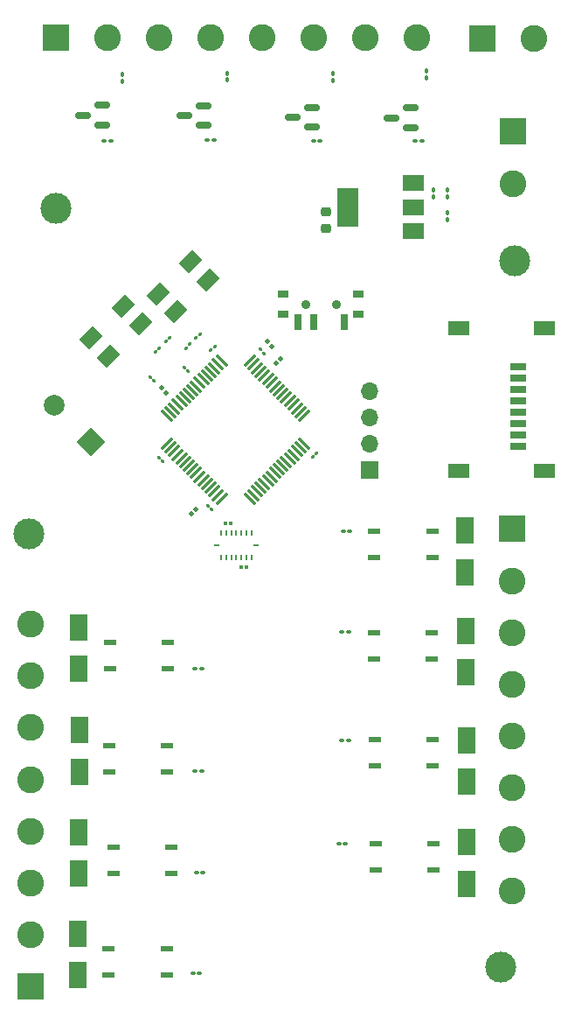
<source format=gts>
G04 #@! TF.GenerationSoftware,KiCad,Pcbnew,(6.0.7)*
G04 #@! TF.CreationDate,2023-04-24T09:06:52-07:00*
G04 #@! TF.ProjectId,OBC-Attempt-2,4f42432d-4174-4746-956d-70742d322e6b,rev?*
G04 #@! TF.SameCoordinates,Original*
G04 #@! TF.FileFunction,Soldermask,Top*
G04 #@! TF.FilePolarity,Negative*
%FSLAX46Y46*%
G04 Gerber Fmt 4.6, Leading zero omitted, Abs format (unit mm)*
G04 Created by KiCad (PCBNEW (6.0.7)) date 2023-04-24 09:06:52*
%MOMM*%
%LPD*%
G01*
G04 APERTURE LIST*
G04 Aperture macros list*
%AMRoundRect*
0 Rectangle with rounded corners*
0 $1 Rounding radius*
0 $2 $3 $4 $5 $6 $7 $8 $9 X,Y pos of 4 corners*
0 Add a 4 corners polygon primitive as box body*
4,1,4,$2,$3,$4,$5,$6,$7,$8,$9,$2,$3,0*
0 Add four circle primitives for the rounded corners*
1,1,$1+$1,$2,$3*
1,1,$1+$1,$4,$5*
1,1,$1+$1,$6,$7*
1,1,$1+$1,$8,$9*
0 Add four rect primitives between the rounded corners*
20,1,$1+$1,$2,$3,$4,$5,0*
20,1,$1+$1,$4,$5,$6,$7,0*
20,1,$1+$1,$6,$7,$8,$9,0*
20,1,$1+$1,$8,$9,$2,$3,0*%
%AMRotRect*
0 Rectangle, with rotation*
0 The origin of the aperture is its center*
0 $1 length*
0 $2 width*
0 $3 Rotation angle, in degrees counterclockwise*
0 Add horizontal line*
21,1,$1,$2,0,0,$3*%
G04 Aperture macros list end*
%ADD10RoundRect,0.100000X0.130000X0.100000X-0.130000X0.100000X-0.130000X-0.100000X0.130000X-0.100000X0*%
%ADD11RoundRect,0.100000X-0.130000X-0.100000X0.130000X-0.100000X0.130000X0.100000X-0.130000X0.100000X0*%
%ADD12R,1.800000X2.500000*%
%ADD13RoundRect,0.150000X0.587500X0.150000X-0.587500X0.150000X-0.587500X-0.150000X0.587500X-0.150000X0*%
%ADD14RoundRect,0.075000X0.141421X-0.035355X-0.035355X0.141421X-0.141421X0.035355X0.035355X-0.141421X0*%
%ADD15RoundRect,0.100000X0.021213X0.162635X-0.162635X-0.021213X-0.021213X-0.162635X0.162635X0.021213X0*%
%ADD16R,0.254000X0.482600*%
%ADD17R,0.482600X0.254000*%
%ADD18R,1.300000X0.600000*%
%ADD19RoundRect,0.075000X-0.125000X-0.075000X0.125000X-0.075000X0.125000X0.075000X-0.125000X0.075000X0*%
%ADD20C,3.000000*%
%ADD21R,2.000000X1.500000*%
%ADD22R,2.000000X3.800000*%
%ADD23RoundRect,0.075000X-0.035355X-0.141421X0.141421X0.035355X0.035355X0.141421X-0.141421X-0.035355X0*%
%ADD24RoundRect,0.075000X0.035355X0.141421X-0.141421X-0.035355X-0.035355X-0.141421X0.141421X0.035355X0*%
%ADD25RoundRect,0.225000X-0.250000X0.225000X-0.250000X-0.225000X0.250000X-0.225000X0.250000X0.225000X0*%
%ADD26RoundRect,0.100000X0.100000X-0.130000X0.100000X0.130000X-0.100000X0.130000X-0.100000X-0.130000X0*%
%ADD27RoundRect,0.075000X0.125000X0.075000X-0.125000X0.075000X-0.125000X-0.075000X0.125000X-0.075000X0*%
%ADD28C,0.900000*%
%ADD29R,0.700000X1.500000*%
%ADD30R,1.000000X0.800000*%
%ADD31RoundRect,0.100000X-0.100000X0.130000X-0.100000X-0.130000X0.100000X-0.130000X0.100000X0.130000X0*%
%ADD32RoundRect,0.100000X0.162635X-0.021213X-0.021213X0.162635X-0.162635X0.021213X0.021213X-0.162635X0*%
%ADD33RotRect,1.400000X1.800000X315.000000*%
%ADD34RoundRect,0.100000X-0.021213X-0.162635X0.162635X0.021213X0.021213X0.162635X-0.162635X-0.021213X0*%
%ADD35RoundRect,0.075000X-0.141421X0.035355X0.035355X-0.141421X0.141421X-0.035355X-0.035355X0.141421X0*%
%ADD36R,1.500000X0.800000*%
%ADD37R,2.000000X1.450000*%
%ADD38RoundRect,0.075000X-0.548008X0.441942X0.441942X-0.548008X0.548008X-0.441942X-0.441942X0.548008X0*%
%ADD39RoundRect,0.075000X-0.548008X-0.441942X-0.441942X-0.548008X0.548008X0.441942X0.441942X0.548008X0*%
%ADD40R,2.600000X2.600000*%
%ADD41C,2.600000*%
%ADD42RotRect,2.000000X2.000000X135.000000*%
%ADD43C,2.000000*%
%ADD44R,1.700000X1.700000*%
%ADD45O,1.700000X1.700000*%
G04 APERTURE END LIST*
D10*
X61373400Y-98480400D03*
X60733400Y-98480400D03*
D11*
X46473400Y-101464200D03*
X47113400Y-101464200D03*
D12*
X35263400Y-101514200D03*
X35263400Y-97514200D03*
D13*
X57832100Y-39153200D03*
X57832100Y-37253200D03*
X55957100Y-38203200D03*
D14*
X45790377Y-62771177D03*
X45436823Y-62417623D03*
D15*
X46589307Y-76124209D03*
X46136759Y-76576757D03*
D12*
X35173400Y-111374200D03*
X35173400Y-107374200D03*
D16*
X51989800Y-80767500D03*
X51489801Y-80767500D03*
X50989799Y-80767500D03*
X50489800Y-80767500D03*
X49989801Y-80767500D03*
X49489799Y-80767500D03*
X48989800Y-80767500D03*
D17*
X48578500Y-79611800D03*
D16*
X48989800Y-78456100D03*
X49489799Y-78456100D03*
X49989801Y-78456100D03*
X50489800Y-78456100D03*
X50989799Y-78456100D03*
X51489801Y-78456100D03*
X51989800Y-78456100D03*
D17*
X52401100Y-79611800D03*
D18*
X43843400Y-91510400D03*
X43843400Y-88970400D03*
X38243400Y-88970400D03*
X38243400Y-91510400D03*
D19*
X50956600Y-81739800D03*
X51456600Y-81739800D03*
D11*
X57971600Y-40489200D03*
X58611600Y-40489200D03*
D20*
X77470000Y-52070000D03*
D18*
X63853400Y-88050400D03*
X63853400Y-90590400D03*
X69453400Y-90590400D03*
X69453400Y-88050400D03*
D13*
X47316500Y-38975400D03*
X47316500Y-37075400D03*
X45441500Y-38025400D03*
D21*
X67630000Y-49190000D03*
X67630000Y-46890000D03*
D22*
X61330000Y-46890000D03*
D21*
X67630000Y-44590000D03*
D23*
X46592655Y-59560061D03*
X46946209Y-59206507D03*
D11*
X46273400Y-121030400D03*
X46913400Y-121030400D03*
D18*
X63963400Y-108460400D03*
X63963400Y-111000400D03*
X69563400Y-111000400D03*
X69563400Y-108460400D03*
D24*
X58265455Y-70694345D03*
X57911901Y-71047899D03*
D10*
X61473401Y-78240400D03*
X60833401Y-78240400D03*
D25*
X59210000Y-47375000D03*
X59210000Y-48925000D03*
D18*
X63863400Y-78240400D03*
X63863400Y-80780400D03*
X69463400Y-80780400D03*
X69463400Y-78240400D03*
D26*
X39440000Y-34710000D03*
X39440000Y-34070000D03*
D18*
X43763400Y-101494200D03*
X43763400Y-98954200D03*
X38163400Y-98954200D03*
X38163400Y-101494200D03*
D10*
X61053401Y-108480401D03*
X60413401Y-108480401D03*
D27*
X49931600Y-77489800D03*
X49431600Y-77489800D03*
D14*
X43358377Y-71466577D03*
X43004823Y-71113023D03*
D28*
X57194600Y-56295200D03*
X60194600Y-56295200D03*
D29*
X60944600Y-58045200D03*
X57944600Y-58045200D03*
X56444600Y-58045200D03*
D30*
X62344600Y-57260200D03*
X62344600Y-55330200D03*
X55044600Y-55330200D03*
X55044600Y-57260200D03*
D13*
X37537500Y-38950000D03*
X37537500Y-37050000D03*
X35662500Y-38000000D03*
D31*
X69550000Y-45230000D03*
X69550000Y-45870000D03*
D23*
X48028646Y-60738154D03*
X48382200Y-60384600D03*
D13*
X67382500Y-39204000D03*
X67382500Y-37304000D03*
X65507500Y-38254000D03*
D10*
X61343400Y-88030401D03*
X60703400Y-88030401D03*
D18*
X44213400Y-111360400D03*
X44213400Y-108820400D03*
X38613400Y-108820400D03*
X38613400Y-111360400D03*
D31*
X70960000Y-45230000D03*
X70960000Y-45870000D03*
D24*
X45981010Y-60171706D03*
X45627456Y-60525260D03*
D12*
X35133400Y-121174200D03*
X35133400Y-117174200D03*
D32*
X43233726Y-64393726D03*
X43686274Y-64846274D03*
D11*
X47674000Y-40413000D03*
X48314000Y-40413000D03*
D12*
X72693400Y-87900400D03*
X72693400Y-91900400D03*
D20*
X76123400Y-120410400D03*
D26*
X68880000Y-34370000D03*
X68880000Y-33730000D03*
D24*
X42983810Y-60527306D03*
X42630256Y-60880860D03*
D26*
X49570000Y-34600000D03*
X49570000Y-33960000D03*
D11*
X46613400Y-111254200D03*
X47253400Y-111254200D03*
D14*
X42476777Y-63686777D03*
X42123223Y-63333223D03*
D12*
X72803400Y-98470400D03*
X72803400Y-102470400D03*
D11*
X67816600Y-40514600D03*
X68456600Y-40514600D03*
D20*
X30403400Y-78500400D03*
D33*
X46015907Y-52214637D03*
X42904637Y-55325907D03*
X44601693Y-57022963D03*
X47712963Y-53911693D03*
D11*
X46473400Y-91540400D03*
X47113400Y-91540400D03*
D12*
X72763400Y-108350400D03*
X72763400Y-112350400D03*
D34*
X54357204Y-62029596D03*
X54809752Y-61577048D03*
D35*
X52841056Y-60679706D03*
X53194610Y-61033260D03*
D36*
X77763900Y-62315400D03*
X77763900Y-63415400D03*
X77763900Y-64515400D03*
X77763900Y-65615400D03*
X77763900Y-66715400D03*
X77763900Y-67815400D03*
X77763900Y-68915400D03*
X77763900Y-70015400D03*
D37*
X80363900Y-72390400D03*
X80363900Y-58640400D03*
X72063900Y-72390400D03*
X72063900Y-58640400D03*
D12*
X72663400Y-78190400D03*
X72663400Y-82190400D03*
D38*
X49056697Y-61768241D03*
X48703144Y-62121794D03*
X48349591Y-62475347D03*
X47996037Y-62828901D03*
X47642484Y-63182454D03*
X47288930Y-63536008D03*
X46935377Y-63889561D03*
X46581824Y-64243114D03*
X46228270Y-64596668D03*
X45874717Y-64950221D03*
X45521164Y-65303774D03*
X45167610Y-65657328D03*
X44814057Y-66010881D03*
X44460503Y-66364435D03*
X44106950Y-66717988D03*
X43753397Y-67071541D03*
D39*
X43753397Y-69793903D03*
X44106950Y-70147456D03*
X44460503Y-70501009D03*
X44814057Y-70854563D03*
X45167610Y-71208116D03*
X45521164Y-71561670D03*
X45874717Y-71915223D03*
X46228270Y-72268776D03*
X46581824Y-72622330D03*
X46935377Y-72975883D03*
X47288930Y-73329436D03*
X47642484Y-73682990D03*
X47996037Y-74036543D03*
X48349591Y-74390097D03*
X48703144Y-74743650D03*
X49056697Y-75097203D03*
D38*
X51779059Y-75097203D03*
X52132612Y-74743650D03*
X52486165Y-74390097D03*
X52839719Y-74036543D03*
X53193272Y-73682990D03*
X53546826Y-73329436D03*
X53900379Y-72975883D03*
X54253932Y-72622330D03*
X54607486Y-72268776D03*
X54961039Y-71915223D03*
X55314592Y-71561670D03*
X55668146Y-71208116D03*
X56021699Y-70854563D03*
X56375253Y-70501009D03*
X56728806Y-70147456D03*
X57082359Y-69793903D03*
D39*
X57082359Y-67071541D03*
X56728806Y-66717988D03*
X56375253Y-66364435D03*
X56021699Y-66010881D03*
X55668146Y-65657328D03*
X55314592Y-65303774D03*
X54961039Y-64950221D03*
X54607486Y-64596668D03*
X54253932Y-64243114D03*
X53900379Y-63889561D03*
X53546826Y-63536008D03*
X53193272Y-63182454D03*
X52839719Y-62828901D03*
X52486165Y-62475347D03*
X52132612Y-62121794D03*
X51779059Y-61768241D03*
D14*
X48063810Y-76171660D03*
X47710256Y-75818106D03*
D20*
X33020000Y-46990000D03*
D26*
X59880000Y-34610000D03*
X59880000Y-33970000D03*
D33*
X39500940Y-56471120D03*
X36389670Y-59582390D03*
X38086726Y-61279446D03*
X41197996Y-58168176D03*
D11*
X37666400Y-40489200D03*
X38306400Y-40489200D03*
D32*
X53955307Y-60371557D03*
X53502759Y-59919009D03*
D18*
X43723400Y-121180400D03*
X43723400Y-118640400D03*
X38123400Y-118640400D03*
X38123400Y-121180400D03*
X63893400Y-98430400D03*
X63893400Y-100970400D03*
X69493400Y-100970400D03*
X69493400Y-98430400D03*
D23*
X43697056Y-59864860D03*
X44050610Y-59511306D03*
D31*
X70960000Y-47430000D03*
X70960000Y-48070000D03*
D12*
X35183400Y-91524200D03*
X35183400Y-87524200D03*
D40*
X77305000Y-39600000D03*
D41*
X77305000Y-44600000D03*
D40*
X33000000Y-30495000D03*
D41*
X38000000Y-30495000D03*
X43000000Y-30495000D03*
X48000000Y-30495000D03*
X53000000Y-30495000D03*
X58000000Y-30495000D03*
X63000000Y-30495000D03*
X68000000Y-30495000D03*
D42*
X36417006Y-69607006D03*
D43*
X32881472Y-66071472D03*
D44*
X63393600Y-72312600D03*
D45*
X63393600Y-69772600D03*
X63393600Y-67232600D03*
X63393600Y-64692600D03*
D40*
X30578400Y-122260400D03*
D41*
X30578400Y-117260400D03*
X30578400Y-112260400D03*
X30578400Y-107260400D03*
X30578400Y-102260400D03*
X30578400Y-97260400D03*
X30578400Y-92260400D03*
X30578400Y-87260400D03*
D40*
X77243400Y-78040400D03*
D41*
X77243400Y-83040400D03*
X77243400Y-88040400D03*
X77243400Y-93040400D03*
X77243400Y-98040400D03*
X77243400Y-103040400D03*
X77243400Y-108040400D03*
X77243400Y-113040400D03*
D40*
X74300000Y-30600000D03*
D41*
X79300000Y-30600000D03*
M02*

</source>
